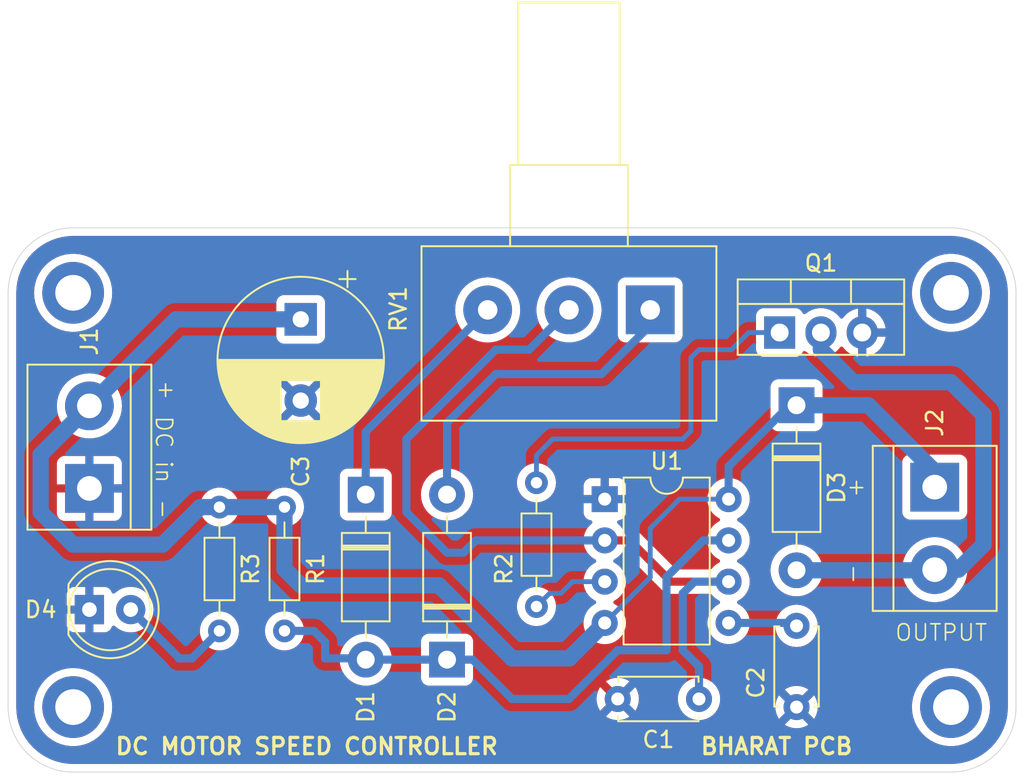
<source format=kicad_pcb>
(kicad_pcb (version 20240108) (generator "pcbnew") (generator_version "8.0")
  (layers (0 "F.Cu" signal) (31 "B.Cu" signal) (34 "B.Paste" user) (35 "F.Paste" user) (36 "B.SilkS" user "B.Silkscreen") (37 "F.SilkS" user "F.Silkscreen") (38 "B.Mask" user) (39 "F.Mask" user) (44 "Edge.Cuts" user))
  (net 0 "")
  (net 1 "Net-(U1-THR)")
  (net 2 "GND")
  (net 3 "Net-(U1-CV)")
  (net 4 "Net-(D3-K)")
  (net 5 "Net-(D1-K)")
  (net 6 "Net-(D1-A)")
  (net 7 "Net-(D2-A)")
  (net 8 "Net-(D3-A)")
  (net 9 "Net-(D4-A)")
  (net 10 "Net-(Q1-B)")
  (net 11 "Net-(U1-Q)")
  (footprint "Package_TO_SOT_THT:TO-220-3_Vertical" (layer "F.Cu") (at 127.46 56.445)
    (property "Reference" "Q1" (at 2.54 -4.27 0) (layer "F.SilkS"))
    (property "Value" "TIP122" (hide yes))
    (fp_line (start -2.58 -3.27) (end -2.58 1.371) (stroke (width 0.12)) (layer "F.SilkS"))
    (fp_line (start -2.58 -3.27) (end 7.66 -3.27) (stroke (width 0.12)) (layer "F.SilkS"))
    (fp_line (start -2.58 -1.76) (end 7.66 -1.76) (stroke (width 0.12)) (layer "F.SilkS"))
    (fp_line (start -2.58 1.371) (end 7.66 1.371) (stroke (width 0.12)) (layer "F.SilkS"))
    (fp_line (start 0.69 -3.27) (end 0.69 -1.76) (stroke (width 0.12)) (layer "F.SilkS"))
    (fp_line (start 4.391 -3.27) (end 4.391 -1.76) (stroke (width 0.12)) (layer "F.SilkS"))
    (fp_line (start 7.66 -3.27) (end 7.66 1.371) (stroke (width 0.12)) (layer "F.SilkS"))
    (pad "1" thru_hole rect (at 0 0) (size 1.905 2) (drill 1.1) (layers "*.Cu" "*.Mask") (net 10 "Net-(Q1-B)"))
    (pad "2" thru_hole oval (at 2.54 0) (size 1.905 2) (drill 1.1) (layers "*.Cu" "*.Mask") (net 8 "Net-(D3-A)"))
    (pad "3" thru_hole oval (at 5.08 0) (size 1.905 2) (drill 1.1) (layers "*.Cu" "*.Mask") (net 2 "GND"))
  )
  (footprint "Capacitor_THT:CP_Radial_D10.0mm_P5.00mm" (layer "F.Cu") (at 98 55.632323 -90)
    (property "Reference" "C3" (at 9.367677 0 90) (layer "F.SilkS"))
    (property "Value" "1000uF" (hide yes))
    (fp_line (start 3.781 1.241) (end 3.781 4.918) (stroke (width 0.12)) (layer "F.SilkS"))
    (fp_line (start 3.821 1.241) (end 3.821 4.907) (stroke (width 0.12)) (layer "F.SilkS"))
    (fp_line (start 3.861 1.241) (end 3.861 4.897) (stroke (width 0.12)) (layer "F.SilkS"))
    (fp_line (start 3.901 1.241) (end 3.901 4.885) (stroke (width 0.12)) (layer "F.SilkS"))
    (fp_line (start 3.941 1.241) (end 3.941 4.874) (stroke (width 0.12)) (layer "F.SilkS"))
    (fp_line (start 3.981 1.241) (end 3.981 4.862) (stroke (width 0.12)) (layer "F.SilkS"))
    (fp_line (start 4.021 1.241) (end 4.021 4.85) (stroke (width 0.12)) (layer "F.SilkS"))
    (fp_line (start 4.061 1.241) (end 4.061 4.837) (stroke (width 0.12)) (layer "F.SilkS"))
    (fp_line (start 4.101 1.241) (end 4.101 4.824) (stroke (width 0.12)) (layer "F.SilkS"))
    (fp_line (start 4.141 1.241) (end 4.141 4.811) (stroke (width 0.12)) (layer "F.SilkS"))
    (fp_line (start 4.181 1.241) (end 4.181 4.797) (stroke (width 0.12)) (layer "F.SilkS"))
    (fp_line (start 4.221 1.241) (end 4.221 4.783) (stroke (width 0.12)) (layer "F.SilkS"))
    (fp_line (start 4.261 1.241) (end 4.261 4.768) (stroke (width 0.12)) (layer "F.SilkS"))
    (fp_line (start 4.301 1.241) (end 4.301 4.754) (stroke (width 0.12)) (layer "F.SilkS"))
    (fp_line (start 4.341 1.241) (end 4.341 4.738) (stroke (width 0.12)) (layer "F.SilkS"))
    (fp_line (start 4.381 1.241) (end 4.381 4.723) (stroke (width 0.12)) (layer "F.SilkS"))
    (fp_line (start 4.421 1.241) (end 4.421 4.707) (stroke (width 0.12)) (layer "F.SilkS"))
    (fp_line (start 4.461 1.241) (end 4.461 4.69) (stroke (width 0.12)) (layer "F.SilkS"))
    (fp_line (start 4.501 1.241) (end 4.501 4.674) (stroke (width 0.12)) (layer "F.SilkS"))
    (fp_line (start 4.541 1.241) (end 4.541 4.657) (stroke (width 0.12)) (layer "F.SilkS"))
    (fp_line (start 4.581 1.241) (end 4.581 4.639) (stroke (width 0.12)) (layer "F.SilkS"))
    (fp_line (start 4.621 1.241) (end 4.621 4.621) (stroke (width 0.12)) (layer "F.SilkS"))
    (fp_line (start 4.661 1.241) (end 4.661 4.603) (stroke (width 0.12)) (layer "F.SilkS"))
    (fp_line (start 4.701 1.241) (end 4.701 4.584) (stroke (width 0.12)) (layer "F.SilkS"))
    (fp_line (start 4.741 1.241) (end 4.741 4.564) (stroke (width 0.12)) (layer "F.SilkS"))
    (fp_line (start 4.781 1.241) (end 4.781 4.545) (stroke (width 0.12)) (layer "F.SilkS"))
    (fp_line (start 4.821 1.241) (end 4.821 4.525) (stroke (width 0.12)) (layer "F.SilkS"))
    (fp_line (start 4.861 1.241) (end 4.861 4.504) (stroke (width 0.12)) (layer "F.SilkS"))
    (fp_line (start 4.901 1.241) (end 4.901 4.483) (stroke (width 0.12)) (layer "F.SilkS"))
    (fp_line (start 4.941 1.241) (end 4.941 4.462) (stroke (width 0.12)) (layer "F.SilkS"))
    (fp_line (start 4.981 1.241) (end 4.981 4.44) (stroke (width 0.12)) (layer "F.SilkS"))
    (fp_line (start 5.021 1.241) (end 5.021 4.417) (stroke (width 0.12)) (layer "F.SilkS"))
    (fp_line (start 5.061 1.241) (end 5.061 4.395) (stroke (width 0.12)) (layer "F.SilkS"))
    (fp_line (start 5.101 1.241) (end 5.101 4.371) (stroke (width 0.12)) (layer "F.SilkS"))
    (fp_line (start 5.141 1.241) (end 5.141 4.347) (stroke (width 0.12)) (layer "F.SilkS"))
    (fp_line (start 5.181 1.241) (end 5.181 4.323) (stroke (width 0.12)) (layer "F.SilkS"))
    (fp_line (start 5.221 1.241) (end 5.221 4.298) (stroke (width 0.12)) (layer "F.SilkS"))
    (fp_line (start 5.261 1.241) (end 5.261 4.273) (stroke (width 0.12)) (layer "F.SilkS"))
    (fp_line (start 5.301 1.241) (end 5.301 4.247) (stroke (width 0.12)) (layer "F.SilkS"))
    (fp_line (start 5.341 1.241) (end 5.341 4.221) (stroke (width 0.12)) (layer "F.SilkS"))
    (fp_line (start 5.381 1.241) (end 5.381 4.194) (stroke (width 0.12)) (layer "F.SilkS"))
    (fp_line (start 5.421 1.241) (end 5.421 4.166) (stroke (width 0.12)) (layer "F.SilkS"))
    (fp_line (start 5.461 1.241) (end 5.461 4.138) (stroke (width 0.12)) (layer "F.SilkS"))
    (fp_line (start 5.501 1.241) (end 5.501 4.11) (stroke (width 0.12)) (layer "F.SilkS"))
    (fp_line (start 5.541 1.241) (end 5.541 4.08) (stroke (width 0.12)) (layer "F.SilkS"))
    (fp_line (start 5.581 1.241) (end 5.581 4.05) (stroke (width 0.12)) (layer "F.SilkS"))
    (fp_line (start 5.621 1.241) (end 5.621 4.02) (stroke (width 0.12)) (layer "F.SilkS"))
    (fp_line (start 5.661 1.241) (end 5.661 3.989) (stroke (width 0.12)) (layer "F.SilkS"))
    (fp_line (start 5.701 1.241) (end 5.701 3.957) (stroke (width 0.12)) (layer "F.SilkS"))
    (fp_line (start 5.741 1.241) (end 5.741 3.925) (stroke (width 0.12)) (layer "F.SilkS"))
    (fp_line (start 5.781 1.241) (end 5.781 3.892) (stroke (width 0.12)) (layer "F.SilkS"))
    (fp_line (start 5.821 1.241) (end 5.821 3.858) (stroke (width 0.12)) (layer "F.SilkS"))
    (fp_line (start 5.861 1.241) (end 5.861 3.824) (stroke (width 0.12)) (layer "F.SilkS"))
    (fp_line (start 5.901 1.241) (end 5.901 3.789) (stroke (width 0.12)) (layer "F.SilkS"))
    (fp_line (start 5.941 1.241) (end 5.941 3.753) (stroke (width 0.12)) (layer "F.SilkS"))
    (fp_line (start 5.981 1.241) (end 5.981 3.716) (stroke (width 0.12)) (layer "F.SilkS"))
    (fp_line (start 6.021 1.241) (end 6.021 3.679) (stroke (width 0.12)) (layer "F.SilkS"))
    (fp_line (start 6.061 1.241) (end 6.061 3.64) (stroke (width 0.12)) (layer "F.SilkS"))
    (fp_line (start 6.101 1.241) (end 6.101 3.601) (stroke (width 0.12)) (layer "F.SilkS"))
    (fp_line (start 6.141 1.241) (end 6.141 3.561) (stroke (width 0.12)) (layer "F.SilkS"))
    (fp_line (start 6.181 1.241) (end 6.181 3.52) (stroke (width 0.12)) (layer "F.SilkS"))
    (fp_line (start 6.221 1.241) (end 6.221 3.478) (stroke (width 0.12)) (layer "F.SilkS"))
    (fp_line (start 7.581 -0.599) (end 7.581 0.599) (stroke (width 0.12)) (layer "F.SilkS"))
    (fp_line (start 7.541 -0.862) (end 7.541 0.862) (stroke (width 0.12)) (layer "F.SilkS"))
    (fp_line (start 7.501 -1.062) (end 7.501 1.062) (stroke (width 0.12)) (layer "F.SilkS"))
    (fp_line (start 7.461 -1.23) (end 7.461 1.23) (stroke (width 0.12)) (layer "F.SilkS"))
    (fp_line (start 7.421 -1.378) (end 7.421 1.378) (stroke (width 0.12)) (layer "F.SilkS"))
    (fp_line (start 7.381 -1.51) (end 7.381 1.51) (stroke (width 0.12)) (layer "F.SilkS"))
    (fp_line (start 7.341 -1.63) (end 7.341 1.63) (stroke (width 0.12)) (layer "F.SilkS"))
    (fp_line (start 7.301 -1.742) (end 7.301 1.742) (stroke (width 0.12)) (layer "F.SilkS"))
    (fp_line (start 7.261 -1.846) (end 7.261 1.846) (stroke (width 0.12)) (layer "F.SilkS"))
    (fp_line (start 7.221 -1.944) (end 7.221 1.944) (stroke (width 0.12)) (layer "F.SilkS"))
    (fp_line (start 7.181 -2.037) (end 7.181 2.037) (stroke (width 0.12)) (layer "F.SilkS"))
    (fp_line (start 7.141 -2.125) (end 7.141 2.125) (stroke (width 0.12)) (layer "F.SilkS"))
    (fp_line (start 7.101 -2.209) (end 7.101 2.209) (stroke (width 0.12)) (layer "F.SilkS"))
    (fp_line (start 7.061 -2.289) (end 7.061 2.289) (stroke (width 0.12)) (layer "F.SilkS"))
    (fp_line (start 7.021 -2.365) (end 7.021 2.365) (stroke (width 0.12)) (layer "F.SilkS"))
    (fp_line (start 6.981 -2.439) (end 6.981 2.439) (stroke (width 0.12)) (layer "F.SilkS"))
    (fp_line (start 6.941 -2.51) (end 6.941 2.51) (stroke (width 0.12)) (layer "F.SilkS"))
    (fp_line (start 6.901 -2.579) (end 6.901 2.579) (stroke (width 0.12)) (layer "F.SilkS"))
    (fp_line (start 6.861 -2.645) (end 6.861 2.645) (stroke (width 0.12)) (layer "F.SilkS"))
    (fp_line (start 6.821 -2.709) (end 6.821 2.709) (stroke (width 0.12)) (layer "F.SilkS"))
    (fp_line (start 6.781 -2.77) (end 6.781 2.77) (stroke (width 0.12)) (layer "F.SilkS"))
    (fp_line (start 6.741 -2.83) (end 6.741 2.83) (stroke (width 0.12)) (layer "F.SilkS"))
    (fp_line (start -2.979646 -2.875) (end -1.979646 -2.875) (stroke (width 0.12)) (layer "F.SilkS"))
    (fp_line (start 6.701 -2.889) (end 6.701 2.889) (stroke (width 0.12)) (layer "F.SilkS"))
    (fp_line (start 6.661 -2.945) (end 6.661 2.945) (stroke (width 0.12)) (layer "F.SilkS"))
    (fp_line (start 6.621 -3) (end 6.621 3) (stroke (width 0.12)) (layer "F.SilkS"))
    (fp_line (start 6.581 -3.054) (end 6.581 3.054) (stroke (width 0.12)) (layer "F.SilkS"))
    (fp_line (start 6.541 -3.106) (end 6.541 3.106) (stroke (width 0.12)) (layer "F.SilkS"))
    (fp_line (start 6.501 -3.156) (end 6.501 3.156) (stroke (width 0.12)) (layer "F.SilkS"))
    (fp_line (start 6.461 -3.206) (end 6.461 3.206) (stroke (width 0.12)) (layer "F.SilkS"))
    (fp_line (start 6.421 -3.254) (end 6.421 3.254) (stroke (width 0.12)) (layer "F.SilkS"))
    (fp_line (start 6.381 -3.301) (end 6.381 3.301) (stroke (width 0.12)) (layer "F.SilkS"))
    (fp_line (start 6.341 -3.347) (end 6.341 3.347) (stroke (width 0.12)) (layer "F.SilkS"))
    (fp_line (start -2.479646 -3.375) (end -2.479646 -2.375) (stroke (width 0.12)) (layer "F.SilkS"))
    (fp_line (start 6.301 -3.392) (end 6.301 3.392) (stroke (width 0.12)) (layer "F.SilkS"))
    (fp_line (start 6.261 -3.436) (end 6.261 3.436) (stroke (width 0.12)) (layer "F.SilkS"))
    (fp_line (start 6.221 -3.478) (end 6.221 -1.241) (stroke (width 0.12)) (layer "F.SilkS"))
    (fp_line (start 6.181 -3.52) (end 6.181 -1.241) (stroke (width 0.12)) (layer "F.SilkS"))
    (fp_line (start 6.141 -3.561) (end 6.141 -1.241) (stroke (width 0.12)) (layer "F.SilkS"))
    (fp_line (start 6.101 -3.601) (end 6.101 -1.241) (stroke (width 0.12)) (layer "F.SilkS"))
    (fp_line (start 6.061 -3.64) (end 6.061 -1.241) (stroke (width 0.12)) (layer "F.SilkS"))
    (fp_line (start 6.021 -3.679) (end 6.021 -1.241) (stroke (width 0.12)) (layer "F.SilkS"))
    (fp_line (start 5.981 -3.716) (end 5.981 -1.241) (stroke (width 0.12)) (layer "F.SilkS"))
    (fp_line (start 5.941 -3.753) (end 5.941 -1.241) (stroke (width 0.12)) (layer "F.SilkS"))
    (fp_line (start 5.901 -3.789) (end 5.901 -1.241) (stroke (width 0.12)) (layer "F.SilkS"))
    (fp_line (start 5.861 -3.824) (end 5.861 -1.241) (stroke (width 0.12)) (layer "F.SilkS"))
    (fp_line (start 5.821 -3.858) (end 5.821 -1.241) (stroke (width 0.12)) (layer "F.SilkS"))
    (fp_line (start 5.781 -3.892) (end 5.781 -1.241) (stroke (width 0.12)) (layer "F.SilkS"))
    (fp_line (start 5.741 -3.925) (end 5.741 -1.241) (stroke (width 0.12)) (layer "F.SilkS"))
    (fp_line (start 5.701 -3.957) (end 5.701 -1.241) (stroke (width 0.12)) (layer "F.SilkS"))
    (fp_line (start 5.661 -3.989) (end 5.661 -1.241) (stroke (width 0.12)) (layer "F.SilkS"))
    (fp_line (start 5.621 -4.02) (end 5.621 -1.241) (stroke (width 0.12)) (layer "F.SilkS"))
    (fp_line (start 5.581 -4.05) (end 5.581 -1.241) (stroke (width 0.12)) (layer "F.SilkS"))
    (fp_line (start 5.541 -4.08) (end 5.541 -1.241) (stroke (width 0.12)) (layer "F.SilkS"))
    (fp_line (start 5.501 -4.11) (end 5.501 -1.241) (stroke (width 0.12)) (layer "F.SilkS"))
    (fp_line (start 5.461 -4.138) (end 5.461 -1.241) (stroke (width 0.12)) (layer "F.SilkS"))
    (fp_line (start 5.421 -4.166) (end 5.421 -1.241) (stroke (width 0.12)) (layer "F.SilkS"))
    (fp_line (start 5.381 -4.194) (end 5.381 -1.241) (stroke (width 0.12)) (layer "F.SilkS"))
    (fp_line (start 5.341 -4.221) (end 5.341 -1.241) (stroke (width 0.12)) (layer "F.SilkS"))
    (fp_line (start 5.301 -4.247) (end 5.301 -1.241) (stroke (width 0.12)) (layer "F.SilkS"))
    (fp_line (start 5.261 -4.273) (end 5.261 -1.241) (stroke (width 0.12)) (layer "F.SilkS"))
    (fp_line (start 5.221 -4.298) (end 5.221 -1.241) (stroke (width 0.12)) (layer "F.SilkS"))
    (fp_line (start 5.181 -4.323) (end 5.181 -1.241) (stroke (width 0.12)) (layer "F.SilkS"))
    (fp_line (start 5.141 -4.347) (end 5.141 -1.241) (stroke (width 0.12)) (layer "F.SilkS"))
    (fp_line (start 5.101 -4.371) (end 5.101 -1.241) (stroke (width 0.12)) (layer "F.SilkS"))
    (fp_line (start 5.061 -4.395) (end 5.061 -1.241) (stroke (width 0.12)) (layer "F.SilkS"))
    (fp_line (start 5.021 -4.417) (end 5.021 -1.241) (stroke (width 0.12)) (layer "F.SilkS"))
    (fp_line (start 4.981 -4.44) (end 4.981 -1.241) (stroke (width 0.12)) (layer "F.SilkS"))
    (fp_line (start 4.941 -4.462) (end 4.941 -1.241) (stroke (width 0.12)) (layer "F.SilkS"))
    (fp_line (start 4.901 -4.483) (end 4.901 -1.241) (stroke (width 0.12)) (layer "F.SilkS"))
    (fp_line (start 4.861 -4.504) (end 4.861 -1.241) (stroke (width 0.12)) (layer "F.SilkS"))
    (fp_line (start 4.821 -4.525) (end 4.821 -1.241) (stroke (width 0.12)) (layer "F.SilkS"))
    (fp_line (start 4.781 -4.545) (end 4.781 -1.241) (stroke (width 0.12)) (layer "F.SilkS"))
    (fp_line (start 4.741 -4.564) (end 4.741 -1.241) (stroke (width 0.12)) (layer "F.SilkS"))
    (fp_line (start 4.701 -4.584) (end 4.701 -1.241) (stroke (width 0.12)) (layer "F.SilkS"))
    (fp_line (start 4.661 -4.603) (end 4.661 -1.241) (stroke (width 0.12)) (layer "F.SilkS"))
    (fp_line (start 4.621 -4.621) (end 4.621 -1.241) (stroke (width 0.12)) (layer "F.SilkS"))
    (fp_line (start 4.581 -4.639) (end 4.581 -1.241) (stroke (width 0.12)) (layer "F.SilkS"))
    (fp_line (start 4.541 -4.657) (end 4.541 -1.241) (stroke (width 0.12)) (layer "F.SilkS"))
    (fp_line (start 4.501 -4.674) (end 4.501 -1.241) (stroke (width 0.12)) (layer "F.SilkS"))
    (fp_line (start 4.461 -4.69) (end 4.461 -1.241) (stroke (width 0.12)) (layer "F.SilkS"))
    (fp_line (start 4.421 -4.707) (end 4.421 -1.241) (stroke (width 0.12)) (layer "F.SilkS"))
    (fp_line (start 4.381 -4.723) (end 4.381 -1.241) (stroke (width 0.12)) (layer "F.SilkS"))
    (fp_line (start 4.341 -4.738) (end 4.341 -1.241) (stroke (width 0.12)) (layer "F.SilkS"))
    (fp_line (start 4.301 -4.754) (end 4.301 -1.241) (stroke (width 0.12)) (layer "F.SilkS"))
    (fp_line (start 4.261 -4.768) (end 4.261 -1.241) (stroke (width 0.12)) (layer "F.SilkS"))
    (fp_line (start 4.221 -4.783) (end 4.221 -1.241) (stroke (width 0.12)) (layer "F.SilkS"))
    (fp_line (start 4.181 -4.797) (end 4.181 -1.241) (stroke (width 0.12)) (layer "F.SilkS"))
    (fp_line (start 4.141 -4.811) (end 4.141 -1.241) (stroke (width 0.12)) (layer "F.SilkS"))
    (fp_line (start 4.101 -4.824) (end 4.101 -1.241) (stroke (width 0.12)) (layer "F.SilkS"))
    (fp_line (start 4.061 -4.837) (end 4.061 -1.241) (stroke (width 0.12)) (layer "F.SilkS"))
    (fp_line (start 4.021 -4.85) (end 4.021 -1.241) (stroke (width 0.12)) (layer "F.SilkS"))
    (fp_line (start 3.981 -4.862) (end 3.981 -1.241) (stroke (width 0.12)) (layer "F.SilkS"))
    (fp_line (start 3.941 -4.874) (end 3.941 -1.241) (stroke (width 0.12)) (layer "F.SilkS"))
    (fp_line (start 3.901 -4.885) (end 3.901 -1.241) (stroke (width 0.12)) (layer "F.SilkS"))
    (fp_line (start 3.861 -4.897) (end 3.861 -1.241) (stroke (width 0.12)) (layer "F.SilkS"))
    (fp_line (start 3.821 -4.907) (end 3.821 -1.241) (stroke (width 0.12)) (layer "F.SilkS"))
    (fp_line (start 3.781 -4.918) (end 3.781 -1.241) (stroke (width 0.12)) (layer "F.SilkS"))
    (fp_line (start 3.741 -4.928) (end 3.741 4.928) (stroke (width 0.12)) (layer "F.SilkS"))
    (fp_line (start 3.701 -4.938) (end 3.701 4.938) (stroke (width 0.12)) (layer "F.SilkS"))
    (fp_line (start 3.661 -4.947) (end 3.661 4.947) (stroke (width 0.12)) (layer "F.SilkS"))
    (fp_line (start 3.621 -4.956) (end 3.621 4.956) (stroke (width 0.12)) (layer "F.SilkS"))
    (fp_line (start 3.581 -4.965) (end 3.581 4.965) (stroke (width 0.12)) (layer "F.SilkS"))
    (fp_line (start 3.541 -4.974) (end 3.541 4.974) (stroke (width 0.12)) (layer "F.SilkS"))
    (fp_line (start 3.501 -4.982) (end 3.501 4.982) (stroke (width 0.12)) (layer "F.SilkS"))
    (fp_line (start 3.461 -4.99) (end 3.461 4.99) (stroke (width 0.12)) (layer "F.SilkS"))
    (fp_line (start 3.421 -4.997) (end 3.421 4.997) (stroke (width 0.12)) (layer "F.SilkS"))
    (fp_line (start 3.381 -5.004) (end 3.381 5.004) (stroke (width 0.12)) (layer "F.SilkS"))
    (fp_line (start 3.341 -5.011) (end 3.341 5.011) (stroke (width 0.12)) (layer "F.SilkS"))
    (fp_line (start 3.301 -5.018) (end 3.301 5.018) (stroke (width 0.12)) (layer "F.SilkS"))
    (fp_line (start 3.261 -5.024) (end 3.261 5.024) (stroke (width 0.12)) (layer "F.SilkS"))
    (fp_line (start 3.221 -5.03) (end 3.221 5.03) (stroke (width 0.12)) (layer "F.SilkS"))
    (fp_line (start 3.18 -5.035) (end 3.18 5.035) (stroke (width 0.12)) (layer "F.SilkS"))
    (fp_line (start 3.14 -5.04) (end 3.14 5.04) (stroke (width 0.12)) (layer "F.SilkS"))
    (fp_line (start 3.1 -5.045) (end 3.1 5.045) (stroke (width 0.12)) (layer "F.SilkS"))
    (fp_line (start 3.06 -5.05) (end 3.06 5.05) (stroke (width 0.12)) (layer "F.SilkS"))
    (fp_line (start 3.02 -5.054) (end 3.02 5.054) (stroke (width 0.12)) (layer "F.SilkS"))
    (fp_line (start 2.98 -5.058) (end 2.98 5.058) (stroke (width 0.12)) (layer "F.SilkS"))
    (fp_line (start 2.94 -5.062) (end 2.94 5.062) (stroke (width 0.12)) (layer "F.SilkS"))
    (fp_line (start 2.9 -5.065) (end 2.9 5.065) (stroke (width 0.12)) (layer "F.SilkS"))
    (fp_line (start 2.86 -5.068) (end 2.86 5.068) (stroke (width 0.12)) (layer "F.SilkS"))
    (fp_line (start 2.82 -5.07) (end 2.82 5.07) (stroke (width 0.12)) (layer "F.SilkS"))
    (fp_line (start 2.78 -5.073) (end 2.78 5.073) (stroke (width 0.12)) (layer "F.SilkS"))
    (fp_line (start 2.74 -5.075) (end 2.74 5.075) (stroke (width 0.12)) (layer "F.SilkS"))
    (fp_line (start 2.7 -5.077) (end 2.7 5.077) (stroke (width 0.12)) (layer "F.SilkS"))
    (fp_line (start 2.66 -5.078) (end 2.66 5.078) (stroke (width 0.12)) (layer "F.SilkS"))
    (fp_line (start 2.62 -5.079) (end 2.62 5.079) (stroke (width 0.12)) (layer "F.SilkS"))
    (fp_line (start 2.5 -5.08) (end 2.5 5.08) (stroke (width 0.12)) (layer "F.SilkS"))
    (fp_line (start 2.54 -5.08) (end 2.54 5.08) (stroke (width 0.12)) (layer "F.SilkS"))
    (fp_line (start 2.58 -5.08) (end 2.58 5.08) (stroke (width 0.12)) (layer "F.SilkS"))
    (fp_circle (center 2.5 0) (end 7.62 0) (stroke (width 0.12)) (fill none) (layer "F.SilkS"))
    (pad "1" thru_hole rect (at 0 0 270) (size 2 2) (drill 1) (layers "*.Cu" "*.Mask") (net 4 "Net-(D3-K)"))
    (pad "2" thru_hole circle (at 5 0 270) (size 2 2) (drill 1) (layers "*.Cu" "*.Mask") (net 2 "GND"))
  )
  (footprint "Diode_THT:D_DO-41_SOD81_P10.16mm_Horizontal" (layer "F.Cu") (at 128.5 60.92 -90)
    (property "Reference" "D3" (at 5.08 -2.47 90) (layer "F.SilkS"))
    (property "Value" "1N4007" (hide yes))
    (fp_line (start 2.36 1.47) (end 7.8 1.47) (stroke (width 0.12)) (layer "F.SilkS"))
    (fp_line (start 7.8 1.47) (end 7.8 -1.47) (stroke (width 0.12)) (layer "F.SilkS"))
    (fp_line (start 1.34 0) (end 2.36 0) (stroke (width 0.12)) (layer "F.SilkS"))
    (fp_line (start 8.82 0) (end 7.8 0) (stroke (width 0.12)) (layer "F.SilkS"))
    (fp_line (start 2.36 -1.47) (end 2.36 1.47) (stroke (width 0.12)) (layer "F.SilkS"))
    (fp_line (start 3.14 -1.47) (end 3.14 1.47) (stroke (width 0.12)) (layer "F.SilkS"))
    (fp_line (start 3.26 -1.47) (end 3.26 1.47) (stroke (width 0.12)) (layer "F.SilkS"))
    (fp_line (start 3.38 -1.47) (end 3.38 1.47) (stroke (width 0.12)) (layer "F.SilkS"))
    (fp_line (start 7.8 -1.47) (end 2.36 -1.47) (stroke (width 0.12)) (layer "F.SilkS"))
    (pad "1" thru_hole rect (at 0 0 270) (size 2.2 2.2) (drill 1.1) (layers "*.Cu" "*.Mask") (net 4 "Net-(D3-K)"))
    (pad "2" thru_hole oval (at 10.16 0 270) (size 2.2 2.2) (drill 1.1) (layers "*.Cu" "*.Mask") (net 8 "Net-(D3-A)"))
  )
  (footprint "MountingHole:MountingHole_2.2mm_M2_DIN965_Pad" (layer "F.Cu") (at 138 54)
    (property "Reference" "REF**" (hide yes))
    (property "Value" "MountingHole_2.2mm_M2_DIN965_Pad" (hide yes))
    (pad "1" thru_hole circle (at 0 0) (size 3.8 3.8) (drill 2.2) (layers "*.Cu" "*.Mask"))
  )
  (footprint "MountingHole:MountingHole_2.2mm_M2_DIN965_Pad" (layer "F.Cu") (at 138 79.5)
    (property "Reference" "REF**" (hide yes))
    (property "Value" "MountingHole_2.2mm_M2_DIN965_Pad" (hide yes))
    (pad "1" thru_hole circle (at 0 0) (size 3.8 3.8) (drill 2.2) (layers "*.Cu" "*.Mask"))
  )
  (footprint "Resistor_THT:R_Axial_DIN0204_L3.6mm_D1.6mm_P7.62mm_Horizontal" (layer "F.Cu") (at 93 67.19 -90)
    (property "Reference" "R3" (at 3.81 -1.92 90) (layer "F.SilkS"))
    (property "Value" "2.2K" (hide yes))
    (fp_line (start 1.89 0.92) (end 5.73 0.92) (stroke (width 0.12)) (layer "F.SilkS"))
    (fp_line (start 5.73 0.92) (end 5.73 -0.92) (stroke (width 0.12)) (layer "F.SilkS"))
    (fp_line (start 0.94 0) (end 1.89 0) (stroke (width 0.12)) (layer "F.SilkS"))
    (fp_line (start 6.68 0) (end 5.73 0) (stroke (width 0.12)) (layer "F.SilkS"))
    (fp_line (start 1.89 -0.92) (end 1.89 0.92) (stroke (width 0.12)) (layer "F.SilkS"))
    (fp_line (start 5.73 -0.92) (end 1.89 -0.92) (stroke (width 0.12)) (layer "F.SilkS"))
    (pad "1" thru_hole circle (at 0 0 270) (size 1.4 1.4) (drill 0.7) (layers "*.Cu" "*.Mask") (net 4 "Net-(D3-K)"))
    (pad "2" thru_hole oval (at 7.62 0 270) (size 1.4 1.4) (drill 0.7) (layers "*.Cu" "*.Mask") (net 9 "Net-(D4-A)"))
  )
  (footprint "Capacitor_THT:C_Disc_D4.7mm_W2.5mm_P5.00mm" (layer "F.Cu") (at 128.5 74.5 -90)
    (property "Reference" "C2" (at 3.5 2.5 90) (layer "F.SilkS"))
    (property "Value" "100nF" (hide yes))
    (fp_line (start 0.03 1.37) (end 4.97 1.37) (stroke (width 0.12)) (layer "F.SilkS"))
    (fp_line (start 0.03 1.055) (end 0.03 1.37) (stroke (width 0.12)) (layer "F.SilkS"))
    (fp_line (start 4.97 1.055) (end 4.97 1.37) (stroke (width 0.12)) (layer "F.SilkS"))
    (fp_line (start 0.03 -1.37) (end 0.03 -1.055) (stroke (width 0.12)) (layer "F.SilkS"))
    (fp_line (start 0.03 -1.37) (end 4.97 -1.37) (stroke (width 0.12)) (layer "F.SilkS"))
    (fp_line (start 4.97 -1.37) (end 4.97 -1.055) (stroke (width 0.12)) (layer "F.SilkS"))
    (pad "1" thru_hole circle (at 0 0 270) (size 1.6 1.6) (drill 0.8) (layers "*.Cu" "*.Mask") (net 3 "Net-(U1-CV)"))
    (pad "2" thru_hole circle (at 5 0 270) (size 1.6 1.6) (drill 0.8) (layers "*.Cu" "*.Mask") (net 2 "GND"))
  )
  (footprint "Potentiometer_THT:Potentiometer_Alps_RK163_Single_Horizontal" (layer "F.Cu") (at 119.5 55.05 -90)
    (property "Reference" "RV1" (at -0.05 15.5 90) (layer "F.SilkS"))
    (property "Value" "100K" (hide yes))
    (fp_line (start -3.92 14.07) (end -3.92 -4.07) (stroke (width 0.12)) (layer "F.SilkS"))
    (fp_line (start 6.82 14.07) (end -3.92 14.07) (stroke (width 0.12)) (layer "F.SilkS"))
    (fp_line (start 6.82 14.07) (end 6.82 -4.07) (stroke (width 0.12)) (layer "F.SilkS"))
    (fp_line (start -8.92 8.62) (end -8.92 1.38) (stroke (width 0.12)) (layer "F.SilkS"))
    (fp_line (start -3.92 8.62) (end -8.92 8.62) (stroke (width 0.12)) (layer "F.SilkS"))
    (fp_line (start -18.92 8.12) (end -18.92 1.88) (stroke (width 0.12)) (layer "F.SilkS"))
    (fp_line (start -8.92 8.12) (end -18.92 8.12) (stroke (width 0.12)) (layer "F.SilkS"))
    (fp_line (start -8.92 1.88) (end -18.92 1.88) (stroke (width 0.12)) (layer "F.SilkS"))
    (fp_line (start -3.92 1.38) (end -8.92 1.38) (stroke (width 0.12)) (layer "F.SilkS"))
    (fp_line (start 6.82 -4.07) (end -3.92 -4.07) (stroke (width 0.12)) (layer "F.SilkS"))
    (pad "1" thru_hole rect (at 0 0 90) (size 3 3) (drill 1.2) (layers "*.Cu" "*.Mask") (net 7 "Net-(D2-A)"))
    (pad "2" thru_hole circle (at 0 5 90) (size 3 3) (drill 1.2) (layers "*.Cu" "*.Mask") (net 1 "Net-(U1-THR)"))
    (pad "3" thru_hole circle (at 0 10 90) (size 3 3) (drill 1.2) (layers "*.Cu" "*.Mask") (net 5 "Net-(D1-K)"))
  )
  (footprint "Diode_THT:D_DO-41_SOD81_P10.16mm_Horizontal" (layer "F.Cu") (at 107 76.58 90)
    (property "Reference" "D2" (at -2.92 0 90) (layer "F.SilkS"))
    (property "Value" "1N4007" (hide yes))
    (fp_line (start 7.8 -1.47) (end 2.36 -1.47) (stroke (width 0.12)) (layer "F.SilkS"))
    (fp_line (start 3.38 -1.47) (end 3.38 1.47) (stroke (width 0.12)) (layer "F.SilkS"))
    (fp_line (start 3.26 -1.47) (end 3.26 1.47) (stroke (width 0.12)) (layer "F.SilkS"))
    (fp_line (start 3.14 -1.47) (end 3.14 1.47) (stroke (width 0.12)) (layer "F.SilkS"))
    (fp_line (start 2.36 -1.47) (end 2.36 1.47) (stroke (width 0.12)) (layer "F.SilkS"))
    (fp_line (start 8.82 0) (end 7.8 0) (stroke (width 0.12)) (layer "F.SilkS"))
    (fp_line (start 1.34 0) (end 2.36 0) (stroke (width 0.12)) (layer "F.SilkS"))
    (fp_line (start 7.8 1.47) (end 7.8 -1.47) (stroke (width 0.12)) (layer "F.SilkS"))
    (fp_line (start 2.36 1.47) (end 7.8 1.47) (stroke (width 0.12)) (layer "F.SilkS"))
    (pad "1" thru_hole rect (at 0 0 90) (size 2.2 2.2) (drill 1.1) (layers "*.Cu" "*.Mask") (net 6 "Net-(D1-A)"))
    (pad "2" thru_hole oval (at 10.16 0 90) (size 2.2 2.2) (drill 1.1) (layers "*.Cu" "*.Mask") (net 7 "Net-(D2-A)"))
  )
  (footprint "Capacitor_THT:C_Disc_D4.7mm_W2.5mm_P5.00mm" (layer "F.Cu") (at 122.5 79 180)
    (property "Reference" "C1" (at 2.5 -2.5 360) (layer "F.SilkS"))
    (property "Value" "100nF" (hide yes))
    (fp_line (start 4.97 1.055) (end 4.97 1.37) (stroke (width 0.12)) (layer "F.SilkS"))
    (fp_line (start 4.97 -1.37) (end 4.97 -1.055) (stroke (width 0.12)) (layer "F.SilkS"))
    (fp_line (start 0.03 1.37) (end 4.97 1.37) (stroke (width 0.12)) (layer "F.SilkS"))
    (fp_line (start 0.03 1.055) (end 0.03 1.37) (stroke (width 0.12)) (layer "F.SilkS"))
    (fp_line (start 0.03 -1.37) (end 4.97 -1.37) (stroke (width 0.12)) (layer "F.SilkS"))
    (fp_line (start 0.03 -1.37) (end 0.03 -1.055) (stroke (width 0.12)) (layer "F.SilkS"))
    (pad "1" thru_hole circle (at 0 0 180) (size 1.6 1.6) (drill 0.8) (layers "*.Cu" "*.Mask") (net 1 "Net-(U1-THR)"))
    (pad "2" thru_hole circle (at 5 0 180) (size 1.6 1.6) (drill 0.8) (layers "*.Cu" "*.Mask") (net 2 "GND"))
  )
  (footprint "TerminalBlock:TerminalBlock_bornier-2_P5.08mm" (layer "F.Cu") (at 137 65.96 -90)
    (property "Reference" "J2" (at -3.96 0 90) (layer "F.SilkS"))
    (property "Value" "Screw_Terminal_01x02" (hide yes))
    (fp_line (start -2.54 3.81) (end 7.62 3.81) (stroke (width 0.12)) (layer "F.SilkS"))
    (fp_line (start 7.62 3.81) (end 7.62 -3.81) (stroke (width 0.12)) (layer "F.SilkS"))
    (fp_line (start 7.62 2.54) (end -2.54 2.54) (stroke (width 0.12)) (layer "F.SilkS"))
    (fp_line (start -2.54 -3.81) (end -2.54 3.81) (stroke (width 0.12)) (layer "F.SilkS"))
    (fp_line (start 7.62 -3.81) (end -2.54 -3.81) (stroke (width 0.12)) (layer "F.SilkS"))
    (pad "1" thru_hole rect (at 0 0 270) (size 3 3) (drill 1.52) (layers "*.Cu" "*.Mask") (net 4 "Net-(D3-K)"))
    (pad "2" thru_hole circle (at 5.08 0 270) (size 3 3) (drill 1.52) (layers "*.Cu" "*.Mask") (net 8 "Net-(D3-A)"))
  )
  (footprint "Resistor_THT:R_Axial_DIN0204_L3.6mm_D1.6mm_P7.62mm_Horizontal" (layer "F.Cu") (at 97 67.19 -90)
    (property "Reference" "R1" (at 3.81 -1.92 90) (layer "F.SilkS"))
    (property "Value" "1K" (hide yes))
    (fp_line (start 1.89 0.92) (end 5.73 0.92) (stroke (width 0.12)) (layer "F.SilkS"))
    (fp_line (start 5.73 0.92) (end 5.73 -0.92) (stroke (width 0.12)) (layer "F.SilkS"))
    (fp_line (start 0.94 0) (end 1.89 0) (stroke (width 0.12)) (layer "F.SilkS"))
    (fp_line (start 6.68 0) (end 5.73 0) (stroke (width 0.12)) (layer "F.SilkS"))
    (fp_line (start 1.89 -0.92) (end 1.89 0.92) (stroke (width 0.12)) (layer "F.SilkS"))
    (fp_line (start 5.73 -0.92) (end 1.89 -0.92) (stroke (width 0.12)) (layer "F.SilkS"))
    (pad "1" thru_hole circle (at 0 0 270) (size 1.4 1.4) (drill 0.7) (layers "*.Cu" "*.Mask") (net 4 "Net-(D3-K)"))
    (pad "2" thru_hole oval (at 7.62 0 270) (size 1.4 1.4) (drill 0.7) (layers "*.Cu" "*.Mask") (net 6 "Net-(D1-A)"))
  )
  (footprint "Resistor_THT:R_Axial_DIN0204_L3.6mm_D1.6mm_P7.62mm_Horizontal" (layer "F.Cu") (at 112.5 73.31 90)
    (property "Reference" "R2" (hide yes))
    (property "Value" "1K" (hide yes))
    (fp_line (start 5.73 -0.92) (end 1.89 -0.92) (stroke (width 0.12)) (layer "F.SilkS"))
    (fp_line (start 1.89 -0.92) (end 1.89 0.92) (stroke (width 0.12)) (layer "F.SilkS"))
    (fp_line (start 6.68 0) (end 5.73 0) (stroke (width 0.12)) (layer "F.SilkS"))
    (fp_line (start 0.94 0) (end 1.89 0) (stroke (width 0.12)) (layer "F.SilkS"))
    (fp_line (start 5.73 0.92) (end 5.73 -0.92) (stroke (width 0.12)) (layer "F.SilkS"))
    (fp_line (start 1.89 0.92) (end 5.73 0.92) (stroke (width 0.12)) (layer "F.SilkS"))
    (pad "1" thru_hole circle (at 0 0 90) (size 1.4 1.4) (drill 0.7) (layers "*.Cu" "*.Mask") (net 11 "Net-(U1-Q)"))
    (pad "2" thru_hole oval (at 7.62 0 90) (size 1.4 1.4) (drill 0.7) (layers "*.Cu" "*.Mask") (net 10 "Net-(Q1-B)"))
  )
  (footprint "MountingHole:MountingHole_2.2mm_M2_DIN965_Pad" (layer "F.Cu") (at 84 54)
    (property "Reference" "REF**" (hide yes))
    (property "Value" "MountingHole_2.2mm_M2_DIN965_Pad" (hide yes))
    (pad "1" thru_hole circle (at 0 0) (size 3.8 3.8) (drill 2.2) (layers "*.Cu" "*.Mask"))
  )
  (footprint "Package_DIP:DIP-8_W7.62mm" (layer "F.Cu") (at 116.7 66.7)
    (property "Reference" "U1" (at 3.81 -2.33 0) (layer "F.SilkS"))
    (property "Value" "NE555P" (hide yes))
    (fp_line (start 1.16 -1.33) (end 1.16 8.95) (stroke (width 0.12)) (layer "F.SilkS"))
    (fp_line (start 1.16 8.95) (end 6.46 8.95) (stroke (width 0.12)) (layer "F.SilkS"))
    (fp_line (start 2.81 -1.33) (end 1.16 -1.33) (stroke (width 0.12)) (layer "F.SilkS"))
    (fp_line (start 6.46 -1.33) (end 4.81 -1.33) (stroke (width 0.12)) (layer "F.SilkS"))
    (fp_line (start 6.46 8.95) (end 6.46 -1.33) (stroke (width 0.12)) (layer "F.SilkS"))
    (fp_arc (start 4.81 -1.33) (mid 3.81 -0.33) (end 2.81 -1.33) (stroke (width 0.12)) (layer "F.SilkS"))
    (pad "1" thru_hole rect (at 0 0) (size 1.6 1.6) (drill 0.8) (layers "*.Cu" "*.Mask") (net 2 "GND"))
    (pad "2" thru_hole oval (at 0 2.54) (size 1.6 1.6) (drill 0.8) (layers "*.Cu" "*.Mask") (net 1 "Net-(U1-THR)"))
    (pad "3" thru_hole oval (at 0 5.08) (size 1.6 1.6) (drill 0.8) (layers "*.Cu" "*.Mask") (net 11 "Net-(U1-Q)"))
    (pad "4" thru_hole oval (at 0 7.62) (size 1.6 1.6) (drill 0.8) (layers "*.Cu" "*.Mask") (net 4 "Net-(D3-K)"))
    (pad "5" thru_hole oval (at 7.62 7.62) (size 1.6 1.6) (drill 0.8) (layers "*.Cu" "*.Mask") (net 3 "Net-(U1-CV)"))
    (pad "6" thru_hole oval (at 7.62 5.08) (size 1.6 1.6) (drill 0.8) (layers "*.Cu" "*.Mask") (net 1 "Net-(U1-THR)"))
    (pad "7" thru_hole oval (at 7.62 2.54) (size 1.6 1.6) (drill 0.8) (layers "*.Cu" "*.Mask") (net 6 "Net-(D1-A)"))
    (pad "8" thru_hole oval (at 7.62 0) (size 1.6 1.6) (drill 0.8) (layers "*.Cu" "*.Mask") (net 4 "Net-(D3-K)"))
  )
  (footprint "Diode_THT:D_DO-41_SOD81_P10.16mm_Horizontal" (layer "F.Cu") (at 102 66.42 -90)
    (property "Reference" "D1" (at 13.08 0 90) (layer "F.SilkS"))
    (property "Value" "1N4007" (hide yes))
    (fp_line (start 2.36 1.47) (end 7.8 1.47) (stroke (width 0.12)) (layer "F.SilkS"))
    (fp_line (start 7.8 1.47) (end 7.8 -1.47) (stroke (width 0.12)) (layer "F.SilkS"))
    (fp_line (start 1.34 0) (end 2.36 0) (stroke (width 0.12)) (layer "F.SilkS"))
    (fp_line (start 8.82 0) (end 7.8 0) (stroke (width 0.12)) (layer "F.SilkS"))
    (fp_line (start 2.36 -1.47) (end 2.36 1.47) (stroke (width 0.12)) (layer "F.SilkS"))
    (fp_line (start 3.14 -1.47) (end 3.14 1.47) (stroke (width 0.12)) (layer "F.SilkS"))
    (fp_line (start 3.26 -1.47) (end 3.26 1.47) (stroke (width 0.12)) (layer "F.SilkS"))
    (fp_line (start 3.38 -1.47) (end 3.38 1.47) (stroke (width 0.12)) (layer "F.SilkS"))
    (fp_line (start 7.8 -1.47) (end 2.36 -1.47) (stroke (width 0.12)) (layer "F.SilkS"))
    (pad "1" thru_hole rect (at 0 0 270) (size 2.2 2.2) (drill 1.1) (layers "*.Cu" "*.Mask") (net 5 "Net-(D1-K)"))
    (pad "2" thru_hole oval (at 10.16 0 270) (size 2.2 2.2) (drill 1.1) (layers "*.Cu" "*.Mask") (net 6 "Net-(D1-A)"))
  )
  (footprint "MountingHole:MountingHole_2.2mm_M2_DIN965_Pad" (layer "F.Cu") (at 84 79.5)
    (property "Reference" "REF**" (hide yes))
    (property "Value" "MountingHole_2.2mm_M2_DIN965_Pad" (hide yes))
    (pad "1" thru_hole circle (at 0 0) (size 3.8 3.8) (drill 2.2) (layers "*.Cu" "*.Mask"))
  )
  (footprint "LED_THT:LED_D5.0mm" (layer "F.Cu") (at 85 73.5)
    (property "Reference" "D4" (at -3 0 0) (layer "F.SilkS"))
    (property "Value" "LED" (hide yes))
    (fp_line (start -1.29 -1.545) (end -1.29 1.545) (stroke (width 0.12)) (layer "F.SilkS"))
    (fp_arc (start -1.29 -1.54483) (mid 2.072002 -2.880433) (end 4.26 0.000462) (stroke (width 0.12)) (layer "F.SilkS"))
    (fp_arc (start 4.26 -0.000462) (mid 2.072002 2.880433) (end -1.29 1.54483) (stroke (width 0.12)) (layer "F.SilkS"))
    (fp_circle (center 1.27 0) (end 3.77 0) (stroke (width 0.12)) (fill none) (layer "F.SilkS"))
    (pad "1" thru_hole rect (at 0 0) (size 1.8 1.8) (drill 0.9) (layers "*.Cu" "*.Mask") (net 2 "GND"))
    (pad "2" thru_hole circle (at 2.54 0) (size 1.8 1.8) (drill 0.9) (layers "*.Cu" "*.Mask") (net 9 "Net-(D4-A)"))
  )
  (footprint "TerminalBlock:TerminalBlock_bornier-2_P5.08mm" (layer "F.Cu") (at 85 66.04 90)
    (property "Reference" "J1" (at 9.04 0 90) (layer "F.SilkS"))
    (property "Value" "Screw_Terminal_01x02" (hide yes))
    (fp_line (start 7.62 -3.81) (end -2.54 -3.81) (stroke (width 0.12)) (layer "F.SilkS"))
    (fp_line (start -2.54 -3.81) (end -2.54 3.81) (stroke (width 0.12)) (layer "F.SilkS"))
    (fp_line (start 7.62 2.54) (end -2.54 2.54) (stroke (width 0.12)) (layer "F.SilkS"))
    (fp_line (start 7.62 3.81) (end 7.62 -3.81) (stroke (width 0.12)) (layer "F.SilkS"))
    (fp_line (start -2.54 3.81) (end 7.62 3.81) (stroke (width 0.12)) (layer "F.SilkS"))
    (pad "1" thru_hole rect (at 0 0 90) (size 3 3) (drill 1.52) (layers "*.Cu" "*.Mask") (net 2 "GND"))
    (pad "2" thru_hole circle (at 5.08 0 90) (size 3 3) (drill 1.52) (layers "*.Cu" "*.Mask") (net 4 "Net-(D3-K)"))
  )
  (gr_line (start 138 50) (end 84 50) (stroke (width 0.05)) (layer "Edge.Cuts"))
  (gr_arc (start 80 54) (mid 81.171573 51.171573) (end 84 50) (stroke (width 0.05)) (layer "Edge.Cuts"))
  (gr_arc (start 138 50) (mid 140.828427 51.171573) (end 142 54) (stroke (width 0.05)) (layer "Edge.Cuts"))
  (gr_line (start 80 54) (end 80 79.5) (stroke (width 0.05)) (layer "Edge.Cuts"))
  (gr_line (start 142 79.5) (end 142 54) (stroke (width 0.05)) (layer "Edge.Cuts"))
  (gr_arc (start 142 79.5) (mid 140.828427 82.328427) (end 138 83.5) (stroke (width 0.05)) (layer "Edge.Cuts"))
  (gr_line (start 84 83.5) (end 138 83.5) (stroke (width 0.05)) (layer "Edge.Cuts"))
  (gr_arc (start 84 83.5) (mid 81.171573 82.328427) (end 80 79.5) (stroke (width 0.05)) (layer "Edge.Cuts"))
  (gr_text "BHARAT PCB" (at 122.5 82.5 0) (layer "F.SilkS") (effects (font (size 1 1) (thickness 0.2) (bold yes)) (justify left bottom)))
  (gr_text "-" (at 90 68 90) (layer "F.SilkS") (effects (font (size 1 1) (thickness 0.1)) (justify left bottom)))
  (gr_text "OUTPUT" (at 134.5 75.5 0) (layer "F.SilkS") (effects (font (size 1 1) (thickness 0.1)) (justify left bottom)))
  (gr_text "+" (at 131.5 66.5 0) (layer "F.SilkS") (effects (font (size 1 1) (thickness 0.1)) (justify left bottom)))
  (gr_text "+" (at 89 60.5 0) (layer "F.SilkS") (effects (font (size 1 1) (thickness 0.1)) (justify left bottom)))
  (gr_text "DC in" (at 89 61.5 -90) (layer "F.SilkS") (effects (font (size 1 1) (thickness 0.1)) (justify left bottom)))
  (gr_text "DC MOTOR SPEED CONTROLLER" (at 86.5 82.5 0) (layer "F.SilkS") (effects (font (size 1 1) (thickness 0.2) (bold yes)) (justify left bottom)))
  (gr_text "R2" (at 110.5 71 90) (layer "F.SilkS") (effects (font (size 1 1))))
  (gr_text "-" (at 132.5 72 90) (layer "F.SilkS") (effects (font (size 1 1) (thickness 0.1)) (justify left bottom)))
  (segment (start 118.24 69.24) (end 116.7 69.24) (width 0.5) (layer "F.Cu") (net 1))
  (segment (start 124.32 71.78) (end 120.78 71.78) (width 0.5) (layer "F.Cu") (net 1))
  (segment (start 120.78 71.78) (end 118.24 69.24) (width 0.5) (layer "F.Cu") (net 1))
  (segment (start 121.5 76) (end 122.5 77) (width 0.5) (layer "B.Cu") (net 1))
  (segment (start 124.32 71.78) (end 122.22 71.78) (width 0.5) (layer "B.Cu") (net 1))
  (segment (start 122.22 71.78) (end 121.5 72.5) (width 0.5) (layer "B.Cu") (net 1))
  (segment (start 107 70) (end 108 70) (width 0.5) (layer "B.Cu") (net 1))
  (segment (start 110 57.5) (end 104.5 63) (width 0.5) (layer "B.Cu") (net 1))
  (segment (start 122.5 77) (end 122.5 79) (width 0.5) (layer "B.Cu") (net 1))
  (segment (start 112.05 57.5) (end 110 57.5) (width 0.5) (layer "B.Cu") (net 1))
  (segment (start 114.5 55.05) (end 112.05 57.5) (width 0.5) (layer "B.Cu") (net 1))
  (segment (start 104.5 67.5) (end 107 70) (width 0.5) (layer "B.Cu") (net 1))
  (segment (start 121.5 72.5) (end 121.5 76) (width 0.5) (layer "B.Cu") (net 1))
  (segment (start 108.76 69.24) (end 116.7 69.24) (width 0.5) (layer "B.Cu") (net 1))
  (segment (start 104.5 63) (end 104.5 67.5) (width 0.5) (layer "B.Cu") (net 1))
  (segment (start 108 70) (end 108.76 69.24) (width 0.5) (layer "B.Cu") (net 1))
  (segment (start 124.32 74.32) (end 128.32 74.32) (width 0.5) (layer "B.Cu") (net 3))
  (segment (start 128.32 74.32) (end 128.5 74.5) (width 0.5) (layer "B.Cu") (net 3))
  (segment (start 97 67.19) (end 93 67.19) (width 1) (layer "B.Cu") (net 4))
  (segment (start 111 76.5) (end 106.5 72) (width 1) (layer "B.Cu") (net 4))
  (segment (start 119.5 68.5) (end 119.5 71.52) (width 0.3) (layer "B.Cu") (net 4))
  (segment (start 121.3 66.7) (end 119.5 68.5) (width 0.3) (layer "B.Cu") (net 4))
  (segment (start 82 63.96) (end 85 60.96) (width 1) (layer "B.Cu") (net 4))
  (segment (start 89.5 69.5) (end 84 69.5) (width 1) (layer "B.Cu") (net 4))
  (segment (start 93 67.19) (end 91.81 67.19) (width 1) (layer "B.Cu") (net 4))
  (segment (start 114.52 76.5) (end 111 76.5) (width 1) (layer "B.Cu") (net 4))
  (segment (start 90.327677 55.632323) (end 98 55.632323) (width 1) (layer "B.Cu") (net 4))
  (segment (start 91.81 67.19) (end 89.5 69.5) (width 1) (layer "B.Cu") (net 4))
  (segment (start 98 72) (end 97 71) (width 1) (layer "B.Cu") (net 4))
  (segment (start 84 69.5) (end 82 67.5) (width 1) (layer "B.Cu") (net 4))
  (segment (start 116.7 74.32) (end 114.52 76.5) (width 1) (layer "B.Cu") (net 4))
  (segment (start 85 60.96) (end 90.327677 55.632323) (width 1) (layer "B.Cu") (net 4))
  (segment (start 124.32 64.68) (end 124.32 66.7) (width 0.5) (layer "B.Cu") (net 4))
  (segment (start 82 67.5) (end 82 63.96) (width 1) (layer "B.Cu") (net 4))
  (segment (start 106.5 72) (end 98 72) (width 1) (layer "B.Cu") (net 4))
  (segment (start 137 65) (end 132.92 60.92) (width 1) (layer "B.Cu") (net 4))
  (segment (start 128.08 60.92) (end 124.32 64.68) (width 0.5) (layer "B.Cu") (net 4))
  (segment (start 137 65.96) (end 137 65) (width 1) (layer "B.Cu") (net 4))
  (segment (start 119.5 71.52) (end 116.7 74.32) (width 0.3) (layer "B.Cu") (net 4))
  (segment (start 124.32 66.7) (end 121.3 66.7) (width 0.3) (layer "B.Cu") (net 4))
  (segment (start 97 71) (end 97 67.19) (width 1) (layer "B.Cu") (net 4))
  (segment (start 128.5 60.92) (end 128.08 60.92) (width 0.5) (layer "B.Cu") (net 4))
  (segment (start 132.92 60.92) (end 128.5 60.92) (width 1) (layer "B.Cu") (net 4))
  (segment (start 102 62.55) (end 109.5 55.05) (width 0.5) (layer "B.Cu") (net 5))
  (segment (start 102 66.42) (end 102 62.55) (width 0.5) (layer "B.Cu") (net 5))
  (segment (start 120.5 71.5) (end 120.5 76) (width 0.5) (layer "B.Cu") (net 6))
  (segment (start 97 74.81) (end 98.81 74.81) (width 0.5) (layer "B.Cu") (net 6))
  (segment (start 99.5 76.5) (end 101.92 76.5) (width 0.5) (layer "B.Cu") (net 6))
  (segment (start 99.5 75.5) (end 99.5 76.5) (width 0.5) (layer "B.Cu") (net 6))
  (segment (start 122.76 69.24) (end 120.5 71.5) (width 0.5) (layer "B.Cu") (net 6))
  (segment (start 117.5 76) (end 114.5 79) (width 0.5) (layer "B.Cu") (net 6))
  (segment (start 108.58 76.58) (end 107 76.58) (width 0.5) (layer "B.Cu") (net 6))
  (segment (start 98.81 74.81) (end 99.5 75.5) (width 0.5) (layer "B.Cu") (net 6))
  (segment (start 114.5 79) (end 111 79) (width 0.5) (layer "B.Cu") (net 6))
  (segment (start 124.32 69.24) (end 122.76 69.24) (width 0.5) (layer "B.Cu") (net 6))
  (segment (start 111 79) (end 108.58 76.58) (width 0.5) (layer "B.Cu") (net 6))
  (segment (start 102 76.58) (end 107 76.58) (width 0.5) (layer "B.Cu") (net 6))
  (segment (start 101.92 76.5) (end 102 76.58) (width 0.5) (layer "B.Cu") (net 6))
  (segment (start 120.5 76) (end 117.5 76) (width 0.5) (layer "B.Cu") (net 6))
  (segment (start 110 59) (end 116.5 59) (width 0.5) (layer "B.Cu") (net 7))
  (segment (start 107 66.42) (end 107 62) (width 0.5) (layer "B.Cu") (net 7))
  (segment (start 116.5 59) (end 119.5 56) (width 0.5) (layer "B.Cu") (net 7))
  (segment (start 107 62) (end 110 59) (width 0.5) (layer "B.Cu") (net 7))
  (segment (start 119.5 56) (end 119.5 55.05) (width 0.5) (layer "B.Cu") (net 7))
  (segment (start 137 71.04) (end 138.46 71.04) (width 1) (layer "B.Cu") (net 8))
  (segment (start 138.46 71.04) (end 140 69.5) (width 1) (layer "B.Cu") (net 8))
  (segment (start 136.96 71.08) (end 137 71.04) (width 1) (layer "B.Cu") (net 8))
  (segment (start 140 69.5) (end 140 61.5) (width 1) (layer "B.Cu") (net 8))
  (segment (start 130 57.5) (end 130 56.445) (width 1) (layer "B.Cu") (net 8))
  (segment (start 128.5 71.08) (end 136.96 71.08) (width 1) (layer "B.Cu") (net 8))
  (segment (start 140 61.5) (end 138 59.5) (width 1) (layer "B.Cu") (net 8))
  (segment (start 132 59.5) (end 130 57.5) (width 1) (layer "B.Cu") (net 8))
  (segment (start 138 59.5) (end 132 59.5) (width 1) (layer "B.Cu") (net 8))
  (segment (start 90.5 76.46) (end 87.54 73.5) (width 0.5) (layer "B.Cu") (net 9))
  (segment (start 91.31 76.5) (end 90.5 76.5) (width 0.5) (layer "B.Cu") (net 9))
  (segment (start 93 74.81) (end 91.31 76.5) (width 0.5) (layer "B.Cu") (net 9))
  (segment (start 90.5 76.5) (end 90.5 76.46) (width 0.5) (layer "B.Cu") (net 9))
  (segment (start 122 58) (end 122 62.5) (width 0.3) (layer "B.Cu") (net 10))
  (segment (start 112.5 64) (end 112.5 65.69) (width 0.3) (layer "B.Cu") (net 10))
  (segment (start 122.5 57.5) (end 122 58) (width 0.3) (layer "B.Cu") (net 10))
  (segment (start 121.5 63) (end 113.5 63) (width 0.3) (layer "B.Cu") (net 10))
  (segment (start 122 62.5) (end 121.5 63) (width 0.3) (layer "B.Cu") (net 10))
  (segment (start 127.46 56.445) (end 125.555 56.445) (width 0.3) (layer "B.Cu") (net 10))
  (segment (start 113.5 63) (end 112.5 64) (width 0.3) (layer "B.Cu") (net 10))
  (segment (start 124.5 57.5) (end 122.5 57.5) (width 0.3) (layer "B.Cu") (net 10))
  (segment (start 125.555 56.445) (end 124.5 57.5) (width 0.3) (layer "B.Cu") (net 10))
  (segment (start 113.31 72.5) (end 112.5 73.31) (width 0.3) (layer "B.Cu") (net 11))
  (segment (start 116.7 71.78) (end 114.72 71.78) (width 0.3) (layer "B.Cu") (net 11))
  (segment (start 114.72 71.78) (end 114 72.5) (width 0.3) (layer "B.Cu") (net 11))
  (segment (start 114 72.5) (end 113.31 72.5) (width 0.3) (layer "B.Cu") (net 11))
  (zone (net 2) (net_name "GND") (layers "F&B.Cu") (connect_pads (clearance 0.5)) (min_thickness 0.25) (fill yes (thermal_gap 0.5) (thermal_bridge_width 0.5))
    (polygon (pts (xy 79.5 49.5) (xy 142.5 49.5) (xy 142.5 84) (xy 79.5 84)))
  )
)
</source>
